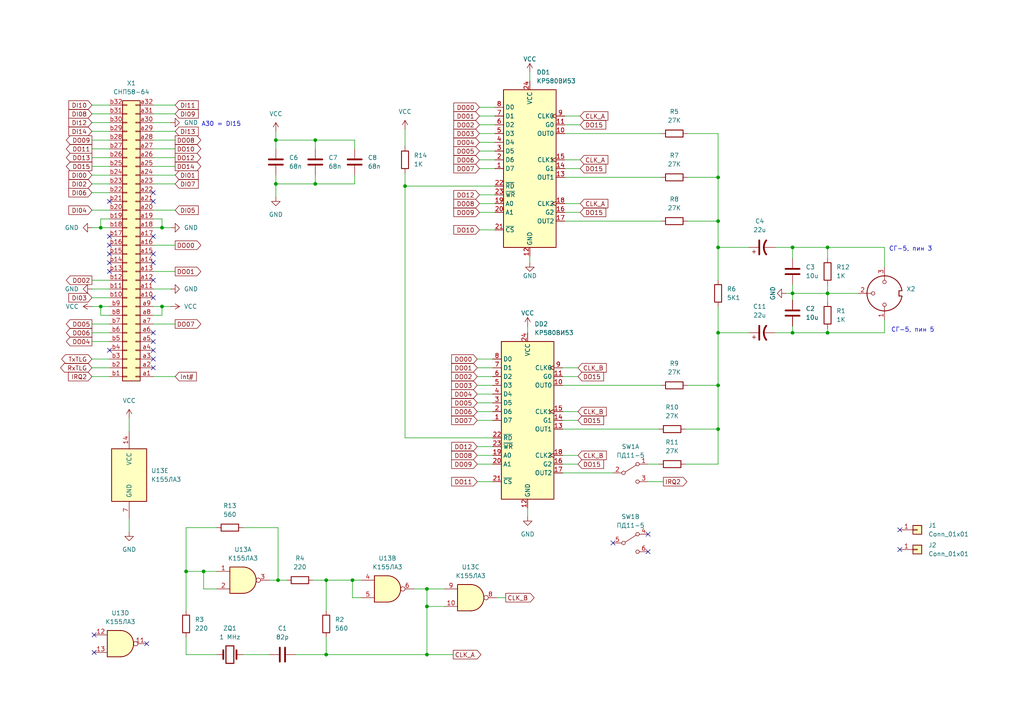
<source format=kicad_sch>
(kicad_sch (version 20230121) (generator eeschema)
  (paper "A4")
  (title_block (title "Реплика \"Менестреля\" ::: https://eax.me/menestrel/") (date "2023-06-23") (rev "2"))
  (lib_symbols
    (symbol "74xx:7400" (pin_names (offset 1.016))
      (property "Reference" "U" (at 0 1.27 0))
      (property "Value" "7400" (at 0 -1.27 0))
      (symbol "7400_1_1"
        (pin input line (at -7.62 2.54 0) (length 3.81) (name "~") (number "1"))
        (pin input line (at -7.62 -2.54 0) (length 3.81) (name "~") (number "2"))
        (pin output inverted (at 7.62 0 180) (length 3.81) (name "~") (number "3"))
      )
      (symbol "7400_1_2"
        (pin input inverted (at -7.62 2.54 0) (length 4.318) (name "~") (number "1"))
        (pin input inverted (at -7.62 -2.54 0) (length 4.318) (name "~") (number "2"))
        (pin output line (at 7.62 0 180) (length 3.81) (name "~") (number "3"))
      )
      (symbol "7400_2_1"
        (pin input line (at -7.62 2.54 0) (length 3.81) (name "~") (number "4"))
        (pin input line (at -7.62 -2.54 0) (length 3.81) (name "~") (number "5"))
        (pin output inverted (at 7.62 0 180) (length 3.81) (name "~") (number "6"))
      )
      (symbol "7400_2_2"
        (pin input inverted (at -7.62 2.54 0) (length 4.318) (name "~") (number "4"))
        (pin input inverted (at -7.62 -2.54 0) (length 4.318) (name "~") (number "5"))
        (pin output line (at 7.62 0 180) (length 3.81) (name "~") (number "6"))
      )
      (symbol "7400_3_1"
        (pin input line (at -7.62 -2.54 0) (length 3.81) (name "~") (number "10"))
        (pin output inverted (at 7.62 0 180) (length 3.81) (name "~") (number "8"))
        (pin input line (at -7.62 2.54 0) (length 3.81) (name "~") (number "9"))
      )
      (symbol "7400_3_2"
        (pin input inverted (at -7.62 -2.54 0) (length 4.318) (name "~") (number "10"))
        (pin output line (at 7.62 0 180) (length 3.81) (name "~") (number "8"))
        (pin input inverted (at -7.62 2.54 0) (length 4.318) (name "~") (number "9"))
      )
      (symbol "7400_4_1"
        (pin output inverted (at 7.62 0 180) (length 3.81) (name "~") (number "11"))
        (pin input line (at -7.62 2.54 0) (length 3.81) (name "~") (number "12"))
        (pin input line (at -7.62 -2.54 0) (length 3.81) (name "~") (number "13"))
      )
      (symbol "7400_4_2"
        (pin output line (at 7.62 0 180) (length 3.81) (name "~") (number "11"))
        (pin input inverted (at -7.62 2.54 0) (length 4.318) (name "~") (number "12"))
        (pin input inverted (at -7.62 -2.54 0) (length 4.318) (name "~") (number "13"))
      )
      (symbol "7400_5_0"
        (pin power_in line (at 0 12.7 270) (length 5.08) (name "VCC") (number "14"))
        (pin power_in line (at 0 -12.7 90) (length 5.08) (name "GND") (number "7"))
      )
    )
    (symbol "Connector:DIN-3" (pin_names (offset 1.016))
      (property "Reference" "J" (at 3.302 6.35 0))
      (property "Value" "DIN-3" (at 0 -6.35 0))
      (symbol "DIN-3_1_1"
        (pin passive line (at -7.62 0 0) (length 2.54) (name "~") (number "1"))
        (pin passive line (at 0 7.62 270) (length 2.54) (name "~") (number "2"))
        (pin passive line (at 7.62 0 180) (length 2.54) (name "~") (number "3"))
      )
    )
    (symbol "Connector:DIN41612_02x32_AB" (pin_names (offset 1.016) hide)
      (property "Reference" "J" (at 1.27 40.64 0))
      (property "Value" "DIN41612_02x32_AB" (at 1.27 -43.18 0))
      (symbol "DIN41612_02x32_AB_1_1"
        (pin passive line (at -5.08 38.1 0) (length 3.81) (name "Pin_a1") (number "a1"))
        (pin passive line (at -5.08 15.24 0) (length 3.81) (name "Pin_a10") (number "a10"))
        (pin passive line (at -5.08 12.7 0) (length 3.81) (name "Pin_a11") (number "a11"))
        (pin passive line (at -5.08 10.16 0) (length 3.81) (name "Pin_a12") (number "a12"))
        (pin passive line (at -5.08 7.62 0) (length 3.81) (name "Pin_a13") (number "a13"))
        (pin passive line (at -5.08 5.08 0) (length 3.81) (name "Pin_a14") (number "a14"))
        (pin passive line (at -5.08 2.54 0) (length 3.81) (name "Pin_a15") (number "a15"))
        (pin passive line (at -5.08 0 0) (length 3.81) (name "Pin_a16") (number "a16"))
        (pin passive line (at -5.08 -2.54 0) (length 3.81) (name "Pin_a17") (number "a17"))
        (pin passive line (at -5.08 -5.08 0) (length 3.81) (name "Pin_a18") (number "a18"))
        (pin passive line (at -5.08 -7.62 0) (length 3.81) (name "Pin_a19") (number "a19"))
        (pin passive line (at -5.08 35.56 0) (length 3.81) (name "Pin_a2") (number "a2"))
        (pin passive line (at -5.08 -10.16 0) (length 3.81) (name "Pin_a20") (number "a20"))
        (pin passive line (at -5.08 -12.7 0) (length 3.81) (name "Pin_a21") (number "a21"))
        (pin passive line (at -5.08 -15.24 0) (length 3.81) (name "Pin_a22") (number "a22"))
        (pin passive line (at -5.08 -17.78 0) (length 3.81) (name "Pin_a23") (number "a23"))
        (pin passive line (at -5.08 -20.32 0) (length 3.81) (name "Pin_a24") (number "a24"))
        (pin passive line (at -5.08 -22.86 0) (length 3.81) (name "Pin_a25") (number "a25"))
        (pin passive line (at -5.08 -25.4 0) (length 3.81) (name "Pin_a26") (number "a26"))
        (pin passive line (at -5.08 -27.94 0) (length 3.81) (name "Pin_a27") (number "a27"))
        (pin passive line (at -5.08 -30.48 0) (length 3.81) (name "Pin_a28") (number "a28"))
        (pin passive line (at -5.08 -33.02 0) (length 3.81) (name "Pin_a29") (number "a29"))
        (pin passive line (at -5.08 33.02 0) (length 3.81) (name "Pin_a3") (number "a3"))
        (pin passive line (at -5.08 -35.56 0) (length 3.81) (name "Pin_a30") (number "a30"))
        (pin passive line (at -5.08 -38.1 0) (length 3.81) (name "Pin_a31") (number "a31"))
        (pin passive line (at -5.08 -40.64 0) (length 3.81) (name "Pin_a32") (number "a32"))
        (pin passive line (at -5.08 30.48 0) (length 3.81) (name "Pin_a4") (number "a4"))
        (pin passive line (at -5.08 27.94 0) (length 3.81) (name "Pin_a5") (number "a5"))
        (pin passive line (at -5.08 25.4 0) (length 3.81) (name "Pin_a6") (number "a6"))
        (pin passive line (at -5.08 22.86 0) (length 3.81) (name "Pin_a7") (number "a7"))
        (pin passive line (at -5.08 20.32 0) (length 3.81) (name "Pin_a8") (number "a8"))
        (pin passive line (at -5.08 17.78 0) (length 3.81) (name "Pin_a9") (number "a9"))
        (pin passive line (at 7.62 38.1 180) (length 3.81) (name "Pin_b1") (number "b1"))
        (pin passive line (at 7.62 15.24 180) (length 3.81) (name "Pin_b10") (number "b10"))
        (pin passive line (at 7.62 12.7 180) (length 3.81) (name "Pin_b11") (number "b11"))
        (pin passive line (at 7.62 10.16 180) (length 3.81) (name "Pin_b12") (number "b12"))
        (pin passive line (at 7.62 7.62 180) (length 3.81) (name "Pin_b13") (number "b13"))
        (pin passive line (at 7.62 5.08 180) (length 3.81) (name "Pin_b14") (number "b14"))
        (pin passive line (at 7.62 2.54 180) (length 3.81) (name "Pin_b15") (number "b15"))
        (pin passive line (at 7.62 0 180) (length 3.81) (name "Pin_b16") (number "b16"))
        (pin passive line (at 7.62 -2.54 180) (length 3.81) (name "Pin_b17") (number "b17"))
        (pin passive line (at 7.62 -5.08 180) (length 3.81) (name "Pin_b18") (number "b18"))
        (pin passive line (at 7.62 -7.62 180) (length 3.81) (name "Pin_b19") (number "b19"))
        (pin passive line (at 7.62 35.56 180) (length 3.81) (name "Pin_b2") (number "b2"))
        (pin passive line (at 7.62 -10.16 180) (length 3.81) (name "Pin_b20") (number "b20"))
        (pin passive line (at 7.62 -12.7 180) (length 3.81) (name "Pin_b21") (number "b21"))
        (pin passive line (at 7.62 -15.24 180) (length 3.81) (name "Pin_b22") (number "b22"))
        (pin passive line (at 7.62 -17.78 180) (length 3.81) (name "Pin_b23") (number "b23"))
        (pin passive line (at 7.62 -20.32 180) (length 3.81) (name "Pin_b24") (number "b24"))
        (pin passive line (at 7.62 -22.86 180) (length 3.81) (name "Pin_b25") (number "b25"))
        (pin passive line (at 7.62 -25.4 180) (length 3.81) (name "Pin_b26") (number "b26"))
        (pin passive line (at 7.62 -27.94 180) (length 3.81) (name "Pin_b27") (number "b27"))
        (pin passive line (at 7.62 -30.48 180) (length 3.81) (name "Pin_b28") (number "b28"))
        (pin passive line (at 7.62 -33.02 180) (length 3.81) (name "Pin_b29") (number "b29"))
        (pin passive line (at 7.62 33.02 180) (length 3.81) (name "Pin_b3") (number "b3"))
        (pin passive line (at 7.62 -35.56 180) (length 3.81) (name "Pin_b30") (number "b30"))
        (pin passive line (at 7.62 -38.1 180) (length 3.81) (name "Pin_b31") (number "b31"))
        (pin passive line (at 7.62 -40.64 180) (length 3.81) (name "Pin_b32") (number "b32"))
        (pin passive line (at 7.62 30.48 180) (length 3.81) (name "Pin_b4") (number "b4"))
        (pin passive line (at 7.62 27.94 180) (length 3.81) (name "Pin_b5") (number "b5"))
        (pin passive line (at 7.62 25.4 180) (length 3.81) (name "Pin_b6") (number "b6"))
        (pin passive line (at 7.62 22.86 180) (length 3.81) (name "Pin_b7") (number "b7"))
        (pin passive line (at 7.62 20.32 180) (length 3.81) (name "Pin_b8") (number "b8"))
        (pin passive line (at 7.62 17.78 180) (length 3.81) (name "Pin_b9") (number "b9"))
      )
    )
    (symbol "Connector_Generic:Conn_01x01" (pin_names (offset 1.016) hide)
      (property "Reference" "J" (at 0 2.54 0))
      (property "Value" "Conn_01x01" (at 0 -2.54 0))
      (symbol "Conn_01x01_1_1"
        (pin passive line (at -5.08 0 0) (length 3.81) (name "Pin_1") (number "1"))
      )
    )
    (symbol "Device:C" (pin_numbers hide) (pin_names (offset 0.254))
      (property "Reference" "C" (at 0.635 2.54 0))
      (property "Value" "C" (at 0.635 -2.54 0))
      (symbol "C_1_1"
        (pin passive line (at 0 3.81 270) (length 2.794) (name "~") (number "1"))
        (pin passive line (at 0 -3.81 90) (length 2.794) (name "~") (number "2"))
      )
    )
    (symbol "Device:C_Polarized_US" (pin_numbers hide) (pin_names (offset 0.254) hide)
      (property "Reference" "C" (at 0.635 2.54 0))
      (property "Value" "C_Polarized_US" (at 0.635 -2.54 0))
      (symbol "C_Polarized_US_1_1"
        (pin passive line (at 0 3.81 270) (length 2.794) (name "~") (number "1"))
        (pin passive line (at 0 -3.81 90) (length 3.302) (name "~") (number "2"))
      )
    )
    (symbol "Device:Crystal" (pin_numbers hide) (pin_names (offset 1.016) hide)
      (property "Reference" "Y" (at 0 3.81 0))
      (property "Value" "Crystal" (at 0 -3.81 0))
      (symbol "Crystal_1_1"
        (pin passive line (at -3.81 0 0) (length 1.27) (name "1") (number "1"))
        (pin passive line (at 3.81 0 180) (length 1.27) (name "2") (number "2"))
      )
    )
    (symbol "Device:R" (pin_numbers hide) (pin_names (offset 0))
      (property "Reference" "R" (at 2.032 0 90))
      (property "Value" "R" (at 0 0 90))
      (symbol "R_1_1"
        (pin passive line (at 0 3.81 270) (length 1.27) (name "~") (number "1"))
        (pin passive line (at 0 -3.81 90) (length 1.27) (name "~") (number "2"))
      )
    )
    (symbol "Switch:SW_DPDT_x2" (pin_names (offset 0) hide)
      (property "Reference" "SW" (at 0 4.318 0))
      (property "Value" "SW_DPDT_x2" (at 0 -5.08 0))
      (symbol "SW_DPDT_x2_1_1"
        (pin passive line (at 5.08 2.54 180) (length 2.54) (name "A") (number "1"))
        (pin passive line (at -5.08 0 0) (length 2.54) (name "B") (number "2"))
        (pin passive line (at 5.08 -2.54 180) (length 2.54) (name "C") (number "3"))
      )
      (symbol "SW_DPDT_x2_2_1"
        (pin passive line (at 5.08 2.54 180) (length 2.54) (name "A") (number "4"))
        (pin passive line (at -5.08 0 0) (length 2.54) (name "B") (number "5"))
        (pin passive line (at 5.08 -2.54 180) (length 2.54) (name "C") (number "6"))
      )
    )
    (symbol "Timer:8253"
      (property "Reference" "U" (at -5.08 24.13 0))
      (property "Value" "8253" (at 2.54 24.13 0))
      (symbol "8253_1_1"
        (pin bidirectional line (at -10.16 0 0) (length 2.54) (name "D7") (number "1"))
        (pin output line (at 10.16 10.16 180) (length 2.54) (name "OUT0") (number "10"))
        (pin input line (at 10.16 12.7 180) (length 2.54) (name "G0") (number "11"))
        (pin power_in line (at 0 -25.4 90) (length 2.54) (name "GND") (number "12"))
        (pin output line (at 10.16 -2.54 180) (length 2.54) (name "OUT1") (number "13"))
        (pin input line (at 10.16 0 180) (length 2.54) (name "G1") (number "14"))
        (pin input clock (at 10.16 2.54 180) (length 2.54) (name "CLK1") (number "15"))
        (pin input line (at 10.16 -12.7 180) (length 2.54) (name "G2") (number "16"))
        (pin output line (at 10.16 -15.24 180) (length 2.54) (name "OUT2") (number "17"))
        (pin input clock (at 10.16 -10.16 180) (length 2.54) (name "CLK2") (number "18"))
        (pin input line (at -10.16 -10.16 0) (length 2.54) (name "A0") (number "19"))
        (pin bidirectional line (at -10.16 2.54 0) (length 2.54) (name "D6") (number "2"))
        (pin input line (at -10.16 -12.7 0) (length 2.54) (name "A1") (number "20"))
        (pin input line (at -10.16 -17.78 0) (length 2.54) (name "~{CS}") (number "21"))
        (pin input line (at -10.16 -5.08 0) (length 2.54) (name "~{RD}") (number "22"))
        (pin input line (at -10.16 -7.62 0) (length 2.54) (name "~{WR}") (number "23"))
        (pin power_in line (at 0 25.4 270) (length 2.54) (name "VCC") (number "24"))
        (pin bidirectional line (at -10.16 5.08 0) (length 2.54) (name "D5") (number "3"))
        (pin bidirectional line (at -10.16 7.62 0) (length 2.54) (name "D4") (number "4"))
        (pin bidirectional line (at -10.16 10.16 0) (length 2.54) (name "D3") (number "5"))
        (pin bidirectional line (at -10.16 12.7 0) (length 2.54) (name "D2") (number "6"))
        (pin bidirectional line (at -10.16 15.24 0) (length 2.54) (name "D1") (number "7"))
        (pin bidirectional line (at -10.16 17.78 0) (length 2.54) (name "D0") (number "8"))
        (pin input clock (at 10.16 15.24 180) (length 2.54) (name "CLK0") (number "9"))
      )
    )
    (symbol "power:GND" (power) (pin_names (offset 0))
      (property "Value" "GND" (at 0 -3.81 0))
      (symbol "GND_1_1"
        (pin power_in line (at 0 0 270) (length 0) hide (name "GND") (number "1"))
      )
    )
    (symbol "power:VCC" (power) (pin_names (offset 0))
      (property "Value" "VCC" (at 0 3.81 0))
      (symbol "VCC_1_1"
        (pin power_in line (at 0 0 90) (length 0) hide (name "VCC") (number "1"))
      )
    )
  )
  (junction (at 208.28 64.135))
  (junction (at 102.235 168.275))
  (junction (at 123.825 170.815))
  (junction (at 53.975 165.735))
  (junction (at 240.03 85.09))
  (junction (at 29.21 88.9))
  (junction (at 229.87 71.755))
  (junction (at 80.01 40.64))
  (junction (at 229.87 96.52))
  (junction (at 208.28 124.46))
  (junction (at 46.99 66.04))
  (junction (at 94.615 189.865))
  (junction (at 80.645 168.275))
  (junction (at 240.03 71.755))
  (junction (at 229.87 85.09))
  (junction (at 117.475 53.975))
  (junction (at 29.21 66.04))
  (junction (at 91.44 53.34))
  (junction (at 80.01 53.34))
  (junction (at 94.615 168.275))
  (junction (at 123.825 189.865))
  (junction (at 46.99 88.9))
  (junction (at 208.28 96.52))
  (junction (at 208.28 51.435))
  (junction (at 123.825 175.895))
  (junction (at 59.055 165.735))
  (junction (at 208.28 111.76))
  (junction (at 208.28 71.755))
  (junction (at 240.03 96.52))
  (junction (at 91.44 40.64))
  (no_connect (at 260.985 153.67))
  (no_connect (at 44.45 106.68))
  (no_connect (at 44.45 99.06))
  (no_connect (at 31.75 73.66))
  (no_connect (at 44.45 101.6))
  (no_connect (at 44.45 81.28))
  (no_connect (at 44.45 73.66))
  (no_connect (at 177.8 157.48))
  (no_connect (at 44.45 76.2))
  (no_connect (at 31.75 68.58))
  (no_connect (at 260.985 159.385))
  (no_connect (at 31.75 101.6))
  (no_connect (at 31.75 78.74))
  (no_connect (at 44.45 68.58))
  (no_connect (at 44.45 96.52))
  (no_connect (at 44.45 86.36))
  (no_connect (at 44.45 58.42))
  (no_connect (at 44.45 104.14))
  (no_connect (at 42.545 186.69))
  (no_connect (at 187.96 154.94))
  (no_connect (at 27.305 189.23))
  (no_connect (at 31.75 71.12))
  (no_connect (at 31.75 58.42))
  (no_connect (at 27.305 184.15))
  (no_connect (at 187.96 160.02))
  (no_connect (at 31.75 76.2))
  (no_connect (at 44.45 55.88))
  (wire (pts (xy 240.03 82.55) (xy 240.03 85.09)))
  (wire (pts (xy 123.825 175.895) (xy 123.825 189.865)))
  (wire (pts (xy 26.67 38.1) (xy 31.75 38.1)))
  (wire (pts (xy 199.39 38.735) (xy 208.28 38.735)))
  (wire (pts (xy 29.21 88.9) (xy 31.75 88.9)))
  (wire (pts (xy 46.99 66.04) (xy 49.53 66.04)))
  (wire (pts (xy 44.45 66.04) (xy 46.99 66.04)))
  (wire (pts (xy 26.67 48.26) (xy 31.75 48.26)))
  (wire (pts (xy 208.28 64.135) (xy 208.28 71.755)))
  (wire (pts (xy 208.28 124.46) (xy 208.28 111.76)))
  (wire (pts (xy 44.45 88.9) (xy 46.99 88.9)))
  (wire (pts (xy 80.645 153.035) (xy 80.645 168.275)))
  (wire (pts (xy 187.96 139.7) (xy 192.405 139.7)))
  (wire (pts (xy 138.43 109.22) (xy 142.875 109.22)))
  (wire (pts (xy 80.01 53.34) (xy 91.44 53.34)))
  (wire (pts (xy 208.28 111.76) (xy 208.28 96.52)))
  (wire (pts (xy 44.45 53.34) (xy 50.8 53.34)))
  (wire (pts (xy 138.43 134.62) (xy 142.875 134.62)))
  (wire (pts (xy 208.28 96.52) (xy 208.28 88.9)))
  (wire (pts (xy 44.45 91.44) (xy 46.99 91.44)))
  (wire (pts (xy 80.01 53.34) (xy 80.01 57.15)))
  (wire (pts (xy 26.67 60.96) (xy 31.75 60.96)))
  (wire (pts (xy 29.21 66.04) (xy 31.75 66.04)))
  (wire (pts (xy 123.825 175.895) (xy 128.905 175.895)))
  (wire (pts (xy 44.45 78.74) (xy 50.8 78.74)))
  (wire (pts (xy 120.015 170.815) (xy 123.825 170.815)))
  (wire (pts (xy 117.475 53.975) (xy 117.475 50.165)))
  (wire (pts (xy 163.195 106.68) (xy 167.64 106.68)))
  (wire (pts (xy 131.445 189.865) (xy 123.825 189.865)))
  (wire (pts (xy 91.44 53.34) (xy 91.44 50.8)))
  (wire (pts (xy 139.065 46.355) (xy 143.51 46.355)))
  (wire (pts (xy 44.45 109.22) (xy 50.8 109.22)))
  (wire (pts (xy 240.03 71.755) (xy 240.03 74.93)))
  (wire (pts (xy 70.485 189.865) (xy 78.105 189.865)))
  (wire (pts (xy 229.87 71.755) (xy 224.79 71.755)))
  (wire (pts (xy 163.195 134.62) (xy 167.64 134.62)))
  (wire (pts (xy 199.39 51.435) (xy 208.28 51.435)))
  (wire (pts (xy 240.03 85.09) (xy 240.03 87.63)))
  (wire (pts (xy 187.96 134.62) (xy 191.135 134.62)))
  (wire (pts (xy 26.67 40.64) (xy 31.75 40.64)))
  (wire (pts (xy 256.54 71.755) (xy 256.54 77.47)))
  (wire (pts (xy 163.195 109.22) (xy 167.64 109.22)))
  (wire (pts (xy 163.83 64.135) (xy 191.77 64.135)))
  (wire (pts (xy 94.615 189.865) (xy 85.725 189.865)))
  (wire (pts (xy 163.195 137.16) (xy 177.8 137.16)))
  (wire (pts (xy 91.44 40.64) (xy 102.87 40.64)))
  (wire (pts (xy 139.065 43.815) (xy 143.51 43.815)))
  (wire (pts (xy 37.465 150.495) (xy 37.465 154.305)))
  (wire (pts (xy 80.01 40.64) (xy 91.44 40.64)))
  (wire (pts (xy 139.065 61.595) (xy 143.51 61.595)))
  (wire (pts (xy 123.825 170.815) (xy 128.905 170.815)))
  (wire (pts (xy 144.145 173.355) (xy 146.685 173.355)))
  (wire (pts (xy 117.475 53.975) (xy 143.51 53.975)))
  (wire (pts (xy 229.87 71.755) (xy 240.03 71.755)))
  (wire (pts (xy 94.615 168.275) (xy 102.235 168.275)))
  (wire (pts (xy 163.195 119.38) (xy 167.64 119.38)))
  (wire (pts (xy 153.035 147.32) (xy 153.035 149.86)))
  (wire (pts (xy 139.065 48.895) (xy 143.51 48.895)))
  (wire (pts (xy 117.475 127) (xy 142.875 127)))
  (wire (pts (xy 208.28 51.435) (xy 208.28 64.135)))
  (wire (pts (xy 199.39 64.135) (xy 208.28 64.135)))
  (wire (pts (xy 208.28 134.62) (xy 208.28 124.46)))
  (wire (pts (xy 163.83 59.055) (xy 168.275 59.055)))
  (wire (pts (xy 62.865 189.865) (xy 53.975 189.865)))
  (wire (pts (xy 53.975 177.165) (xy 53.975 165.735)))
  (wire (pts (xy 26.67 83.82) (xy 31.75 83.82)))
  (wire (pts (xy 59.055 170.815) (xy 59.055 165.735)))
  (wire (pts (xy 44.45 45.72) (xy 50.8 45.72)))
  (wire (pts (xy 153.035 94.615) (xy 153.035 96.52)))
  (wire (pts (xy 91.44 40.64) (xy 91.44 43.18)))
  (wire (pts (xy 102.235 168.275) (xy 104.775 168.275)))
  (wire (pts (xy 138.43 129.54) (xy 142.875 129.54)))
  (wire (pts (xy 46.99 91.44) (xy 46.99 88.9)))
  (wire (pts (xy 26.67 33.02) (xy 31.75 33.02)))
  (wire (pts (xy 91.44 53.34) (xy 102.87 53.34)))
  (wire (pts (xy 153.67 20.955) (xy 153.67 23.495)))
  (wire (pts (xy 227.965 85.09) (xy 229.87 85.09)))
  (wire (pts (xy 26.67 109.22) (xy 31.75 109.22)))
  (wire (pts (xy 138.43 116.84) (xy 142.875 116.84)))
  (wire (pts (xy 44.45 40.64) (xy 50.8 40.64)))
  (wire (pts (xy 44.45 93.98) (xy 50.8 93.98)))
  (wire (pts (xy 199.39 111.76) (xy 208.28 111.76)))
  (wire (pts (xy 44.45 38.1) (xy 50.8 38.1)))
  (wire (pts (xy 80.01 38.1) (xy 80.01 40.64)))
  (wire (pts (xy 26.67 88.9) (xy 29.21 88.9)))
  (wire (pts (xy 139.065 66.675) (xy 143.51 66.675)))
  (wire (pts (xy 80.645 168.275) (xy 83.185 168.275)))
  (wire (pts (xy 44.45 43.18) (xy 50.8 43.18)))
  (wire (pts (xy 29.21 91.44) (xy 29.21 88.9)))
  (wire (pts (xy 94.615 189.865) (xy 123.825 189.865)))
  (wire (pts (xy 240.03 85.09) (xy 248.92 85.09)))
  (wire (pts (xy 208.28 71.755) (xy 217.17 71.755)))
  (wire (pts (xy 139.065 56.515) (xy 143.51 56.515)))
  (wire (pts (xy 138.43 114.3) (xy 142.875 114.3)))
  (wire (pts (xy 44.45 63.5) (xy 46.99 63.5)))
  (wire (pts (xy 240.03 71.755) (xy 256.54 71.755)))
  (wire (pts (xy 256.54 96.52) (xy 256.54 92.71)))
  (wire (pts (xy 163.83 46.355) (xy 168.275 46.355)))
  (wire (pts (xy 163.195 121.92) (xy 167.64 121.92)))
  (wire (pts (xy 29.21 63.5) (xy 29.21 66.04)))
  (wire (pts (xy 229.87 82.55) (xy 229.87 85.09)))
  (wire (pts (xy 44.45 33.02) (xy 50.8 33.02)))
  (wire (pts (xy 240.03 96.52) (xy 256.54 96.52)))
  (wire (pts (xy 53.975 153.035) (xy 62.865 153.035)))
  (wire (pts (xy 94.615 184.785) (xy 94.615 189.865)))
  (wire (pts (xy 26.67 93.98) (xy 31.75 93.98)))
  (wire (pts (xy 163.195 111.76) (xy 191.77 111.76)))
  (wire (pts (xy 46.99 63.5) (xy 46.99 66.04)))
  (wire (pts (xy 26.67 104.14) (xy 31.75 104.14)))
  (wire (pts (xy 139.065 59.055) (xy 143.51 59.055)))
  (wire (pts (xy 229.87 96.52) (xy 229.87 94.615)))
  (wire (pts (xy 139.065 33.655) (xy 143.51 33.655)))
  (wire (pts (xy 138.43 121.92) (xy 142.875 121.92)))
  (wire (pts (xy 44.45 50.8) (xy 50.8 50.8)))
  (wire (pts (xy 138.43 119.38) (xy 142.875 119.38)))
  (wire (pts (xy 70.485 153.035) (xy 80.645 153.035)))
  (wire (pts (xy 90.805 168.275) (xy 94.615 168.275)))
  (wire (pts (xy 26.67 50.8) (xy 31.75 50.8)))
  (wire (pts (xy 163.195 132.08) (xy 167.64 132.08)))
  (wire (pts (xy 138.43 132.08) (xy 142.875 132.08)))
  (wire (pts (xy 139.065 36.195) (xy 143.51 36.195)))
  (wire (pts (xy 163.83 33.655) (xy 168.275 33.655)))
  (wire (pts (xy 31.75 63.5) (xy 29.21 63.5)))
  (wire (pts (xy 163.195 124.46) (xy 191.135 124.46)))
  (wire (pts (xy 80.01 50.8) (xy 80.01 53.34)))
  (wire (pts (xy 102.87 53.34) (xy 102.87 50.8)))
  (wire (pts (xy 44.45 30.48) (xy 50.8 30.48)))
  (wire (pts (xy 53.975 165.735) (xy 59.055 165.735)))
  (wire (pts (xy 229.87 74.93) (xy 229.87 71.755)))
  (wire (pts (xy 26.67 35.56) (xy 31.75 35.56)))
  (wire (pts (xy 123.825 170.815) (xy 123.825 175.895)))
  (wire (pts (xy 59.055 165.735) (xy 62.865 165.735)))
  (wire (pts (xy 26.67 99.06) (xy 31.75 99.06)))
  (wire (pts (xy 26.67 53.34) (xy 31.75 53.34)))
  (wire (pts (xy 80.645 168.275) (xy 78.105 168.275)))
  (wire (pts (xy 26.67 43.18) (xy 31.75 43.18)))
  (wire (pts (xy 26.67 106.68) (xy 31.75 106.68)))
  (wire (pts (xy 117.475 53.975) (xy 117.475 127)))
  (wire (pts (xy 26.67 30.48) (xy 31.75 30.48)))
  (wire (pts (xy 26.67 45.72) (xy 31.75 45.72)))
  (wire (pts (xy 104.775 173.355) (xy 102.235 173.355)))
  (wire (pts (xy 102.87 40.64) (xy 102.87 43.18)))
  (wire (pts (xy 139.065 41.275) (xy 143.51 41.275)))
  (wire (pts (xy 208.28 71.755) (xy 208.28 81.28)))
  (wire (pts (xy 163.83 36.195) (xy 168.275 36.195)))
  (wire (pts (xy 229.87 96.52) (xy 240.03 96.52)))
  (wire (pts (xy 117.475 37.465) (xy 117.475 42.545)))
  (wire (pts (xy 44.45 48.26) (xy 50.8 48.26)))
  (wire (pts (xy 229.87 85.09) (xy 229.87 86.995)))
  (wire (pts (xy 163.83 48.895) (xy 168.275 48.895)))
  (wire (pts (xy 53.975 184.785) (xy 53.975 189.865)))
  (wire (pts (xy 94.615 168.275) (xy 94.615 177.165)))
  (wire (pts (xy 224.79 96.52) (xy 229.87 96.52)))
  (wire (pts (xy 139.065 31.115) (xy 143.51 31.115)))
  (wire (pts (xy 229.87 85.09) (xy 240.03 85.09)))
  (wire (pts (xy 138.43 139.7) (xy 142.875 139.7)))
  (wire (pts (xy 80.01 40.64) (xy 80.01 43.18)))
  (wire (pts (xy 44.45 60.96) (xy 50.8 60.96)))
  (wire (pts (xy 208.28 96.52) (xy 217.17 96.52)))
  (wire (pts (xy 240.03 96.52) (xy 240.03 95.25)))
  (wire (pts (xy 26.67 81.28) (xy 31.75 81.28)))
  (wire (pts (xy 37.465 121.285) (xy 37.465 125.095)))
  (wire (pts (xy 44.45 83.82) (xy 49.53 83.82)))
  (wire (pts (xy 46.99 88.9) (xy 49.53 88.9)))
  (wire (pts (xy 163.83 61.595) (xy 168.275 61.595)))
  (wire (pts (xy 153.67 74.295) (xy 153.67 76.2)))
  (wire (pts (xy 44.45 35.56) (xy 49.53 35.56)))
  (wire (pts (xy 198.755 124.46) (xy 208.28 124.46)))
  (wire (pts (xy 26.67 55.88) (xy 31.75 55.88)))
  (wire (pts (xy 62.865 170.815) (xy 59.055 170.815)))
  (wire (pts (xy 138.43 104.14) (xy 142.875 104.14)))
  (wire (pts (xy 139.065 38.735) (xy 143.51 38.735)))
  (wire (pts (xy 26.67 66.04) (xy 29.21 66.04)))
  (wire (pts (xy 102.235 173.355) (xy 102.235 168.275)))
  (wire (pts (xy 44.45 71.12) (xy 50.8 71.12)))
  (wire (pts (xy 26.67 86.36) (xy 31.75 86.36)))
  (wire (pts (xy 26.67 96.52) (xy 31.75 96.52)))
  (wire (pts (xy 163.83 51.435) (xy 191.77 51.435)))
  (wire (pts (xy 31.75 91.44) (xy 29.21 91.44)))
  (wire (pts (xy 163.83 38.735) (xy 191.77 38.735)))
  (wire (pts (xy 53.975 165.735) (xy 53.975 153.035)))
  (wire (pts (xy 138.43 111.76) (xy 142.875 111.76)))
  (wire (pts (xy 198.755 134.62) (xy 208.28 134.62)))
  (wire (pts (xy 208.28 38.735) (xy 208.28 51.435)))
  (wire (pts (xy 138.43 106.68) (xy 142.875 106.68)))
  (text "СГ-5, пин 3" (at 257.81 73.025 0) (effects (font (size 1.27 1.27)) (justify left bottom)))
  (text "СГ-5, пин 5" (at 258.445 96.52 0) (effects (font (size 1.27 1.27)) (justify left bottom)))
  (text "A30 = DI15" (at 58.42 36.83 0) (effects (font (size 1.27 1.27)) (justify left bottom)))
  (global_label "DO01" (shape input) (at 139.065 33.655 180) (property "Intersheetrefs" "${INTERSHEET_REFS}" (effects hide)))
  (global_label "DO12" (shape output) (at 50.8 45.72 0) (property "Intersheetrefs" "${INTERSHEET_REFS}" (effects hide)))
  (global_label "DO07" (shape output) (at 50.8 93.98 0) (property "Intersheetrefs" "${INTERSHEET_REFS}" (effects hide)))
  (global_label "DI04" (shape input) (at 26.67 60.96 180) (property "Intersheetrefs" "${INTERSHEET_REFS}" (effects hide)))
  (global_label "DI10" (shape input) (at 26.67 30.48 180) (property "Intersheetrefs" "${INTERSHEET_REFS}" (effects hide)))
  (global_label "DI13" (shape input) (at 50.8 38.1 0) (property "Intersheetrefs" "${INTERSHEET_REFS}" (effects hide)))
  (global_label "DO13" (shape output) (at 26.67 45.72 180) (property "Intersheetrefs" "${INTERSHEET_REFS}" (effects hide)))
  (global_label "DI12" (shape input) (at 26.67 35.56 180) (property "Intersheetrefs" "${INTERSHEET_REFS}" (effects hide)))
  (global_label "DO02" (shape input) (at 138.43 109.22 180) (property "Intersheetrefs" "${INTERSHEET_REFS}" (effects hide)))
  (global_label "RxTLG" (shape bidirectional) (at 26.67 106.68 180) (property "Intersheetrefs" "${INTERSHEET_REFS}" (effects hide)))
  (global_label "DI00" (shape input) (at 26.67 50.8 180) (property "Intersheetrefs" "${INTERSHEET_REFS}" (effects hide)))
  (global_label "DO14" (shape output) (at 50.8 48.26 0) (property "Intersheetrefs" "${INTERSHEET_REFS}" (effects hide)))
  (global_label "DI02" (shape input) (at 26.67 53.34 180) (property "Intersheetrefs" "${INTERSHEET_REFS}" (effects hide)))
  (global_label "DI11" (shape input) (at 50.8 30.48 0) (property "Intersheetrefs" "${INTERSHEET_REFS}" (effects hide)))
  (global_label "DO02" (shape input) (at 139.065 36.195 180) (property "Intersheetrefs" "${INTERSHEET_REFS}" (effects hide)))
  (global_label "DO15" (shape input) (at 168.275 36.195 0) (property "Intersheetrefs" "${INTERSHEET_REFS}" (effects hide)))
  (global_label "IRQ2" (shape input) (at 26.67 109.22 180) (property "Intersheetrefs" "${INTERSHEET_REFS}" (effects hide)))
  (global_label "DO15" (shape input) (at 167.64 121.92 0) (property "Intersheetrefs" "${INTERSHEET_REFS}" (effects hide)))
  (global_label "DO08" (shape output) (at 50.8 40.64 0) (property "Intersheetrefs" "${INTERSHEET_REFS}" (effects hide)))
  (global_label "CLK_B" (shape input) (at 167.64 132.08 0) (property "Intersheetrefs" "${INTERSHEET_REFS}" (effects hide)))
  (global_label "CLK_A" (shape input) (at 168.275 33.655 0) (property "Intersheetrefs" "${INTERSHEET_REFS}" (effects hide)))
  (global_label "DO08" (shape input) (at 139.065 59.055 180) (property "Intersheetrefs" "${INTERSHEET_REFS}" (effects hide)))
  (global_label "CLK_A" (shape input) (at 168.275 59.055 0) (property "Intersheetrefs" "${INTERSHEET_REFS}" (effects hide)))
  (global_label "DI03" (shape input) (at 26.67 86.36 180) (property "Intersheetrefs" "${INTERSHEET_REFS}" (effects hide)))
  (global_label "CLK_B" (shape input) (at 167.64 119.38 0) (property "Intersheetrefs" "${INTERSHEET_REFS}" (effects hide)))
  (global_label "DO11" (shape output) (at 26.67 43.18 180) (property "Intersheetrefs" "${INTERSHEET_REFS}" (effects hide)))
  (global_label "DO11" (shape input) (at 138.43 139.7 180) (property "Intersheetrefs" "${INTERSHEET_REFS}" (effects hide)))
  (global_label "Int#" (shape input) (at 50.8 109.22 0) (property "Intersheetrefs" "${INTERSHEET_REFS}" (effects hide)))
  (global_label "DI09" (shape input) (at 50.8 33.02 0) (property "Intersheetrefs" "${INTERSHEET_REFS}" (effects hide)))
  (global_label "DO12" (shape input) (at 139.065 56.515 180) (property "Intersheetrefs" "${INTERSHEET_REFS}" (effects hide)))
  (global_label "DO07" (shape input) (at 139.065 48.895 180) (property "Intersheetrefs" "${INTERSHEET_REFS}" (effects hide)))
  (global_label "DO04" (shape input) (at 138.43 114.3 180) (property "Intersheetrefs" "${INTERSHEET_REFS}" (effects hide)))
  (global_label "DO03" (shape input) (at 138.43 111.76 180) (property "Intersheetrefs" "${INTERSHEET_REFS}" (effects hide)))
  (global_label "DO04" (shape output) (at 26.67 99.06 180) (property "Intersheetrefs" "${INTERSHEET_REFS}" (effects hide)))
  (global_label "DO03" (shape input) (at 139.065 38.735 180) (property "Intersheetrefs" "${INTERSHEET_REFS}" (effects hide)))
  (global_label "DO10" (shape input) (at 139.065 66.675 180) (property "Intersheetrefs" "${INTERSHEET_REFS}" (effects hide)))
  (global_label "DO05" (shape output) (at 26.67 93.98 180) (property "Intersheetrefs" "${INTERSHEET_REFS}" (effects hide)))
  (global_label "IRQ2" (shape output) (at 192.405 139.7 0) (property "Intersheetrefs" "${INTERSHEET_REFS}" (effects hide)))
  (global_label "DO15" (shape input) (at 167.64 134.62 0) (property "Intersheetrefs" "${INTERSHEET_REFS}" (effects hide)))
  (global_label "DI01" (shape input) (at 50.8 50.8 0) (property "Intersheetrefs" "${INTERSHEET_REFS}" (effects hide)))
  (global_label "DO00" (shape input) (at 138.43 104.14 180) (property "Intersheetrefs" "${INTERSHEET_REFS}" (effects hide)))
  (global_label "DO09" (shape input) (at 139.065 61.595 180) (property "Intersheetrefs" "${INTERSHEET_REFS}" (effects hide)))
  (global_label "DI06" (shape input) (at 26.67 55.88 180) (property "Intersheetrefs" "${INTERSHEET_REFS}" (effects hide)))
  (global_label "DO05" (shape input) (at 138.43 116.84 180) (property "Intersheetrefs" "${INTERSHEET_REFS}" (effects hide)))
  (global_label "CLK_B" (shape input) (at 167.64 106.68 0) (property "Intersheetrefs" "${INTERSHEET_REFS}" (effects hide)))
  (global_label "DO00" (shape output) (at 50.8 71.12 0) (property "Intersheetrefs" "${INTERSHEET_REFS}" (effects hide)))
  (global_label "CLK_A" (shape output) (at 131.445 189.865 0) (property "Intersheetrefs" "${INTERSHEET_REFS}" (effects hide)))
  (global_label "DO01" (shape output) (at 50.8 78.74 0) (property "Intersheetrefs" "${INTERSHEET_REFS}" (effects hide)))
  (global_label "DO07" (shape input) (at 138.43 121.92 180) (property "Intersheetrefs" "${INTERSHEET_REFS}" (effects hide)))
  (global_label "DO12" (shape input) (at 138.43 129.54 180) (property "Intersheetrefs" "${INTERSHEET_REFS}" (effects hide)))
  (global_label "DO09" (shape output) (at 26.67 40.64 180) (property "Intersheetrefs" "${INTERSHEET_REFS}" (effects hide)))
  (global_label "TxTLG" (shape bidirectional) (at 26.67 104.14 180) (property "Intersheetrefs" "${INTERSHEET_REFS}" (effects hide)))
  (global_label "CLK_B" (shape output) (at 146.685 173.355 0) (property "Intersheetrefs" "${INTERSHEET_REFS}" (effects hide)))
  (global_label "DO15" (shape input) (at 167.64 109.22 0) (property "Intersheetrefs" "${INTERSHEET_REFS}" (effects hide)))
  (global_label "DI05" (shape input) (at 50.8 60.96 0) (property "Intersheetrefs" "${INTERSHEET_REFS}" (effects hide)))
  (global_label "DO15" (shape output) (at 26.67 48.26 180) (property "Intersheetrefs" "${INTERSHEET_REFS}" (effects hide)))
  (global_label "DO00" (shape input) (at 139.065 31.115 180) (property "Intersheetrefs" "${INTERSHEET_REFS}" (effects hide)))
  (global_label "DO05" (shape input) (at 139.065 43.815 180) (property "Intersheetrefs" "${INTERSHEET_REFS}" (effects hide)))
  (global_label "DO10" (shape output) (at 50.8 43.18 0) (property "Intersheetrefs" "${INTERSHEET_REFS}" (effects hide)))
  (global_label "CLK_A" (shape input) (at 168.275 46.355 0) (property "Intersheetrefs" "${INTERSHEET_REFS}" (effects hide)))
  (global_label "DO09" (shape input) (at 138.43 134.62 180) (property "Intersheetrefs" "${INTERSHEET_REFS}" (effects hide)))
  (global_label "DO06" (shape input) (at 139.065 46.355 180) (property "Intersheetrefs" "${INTERSHEET_REFS}" (effects hide)))
  (global_label "DO08" (shape input) (at 138.43 132.08 180) (property "Intersheetrefs" "${INTERSHEET_REFS}" (effects hide)))
  (global_label "DI08" (shape input) (at 26.67 33.02 180) (property "Intersheetrefs" "${INTERSHEET_REFS}" (effects hide)))
  (global_label "DO04" (shape input) (at 139.065 41.275 180) (property "Intersheetrefs" "${INTERSHEET_REFS}" (effects hide)))
  (global_label "DO01" (shape input) (at 138.43 106.68 180) (property "Intersheetrefs" "${INTERSHEET_REFS}" (effects hide)))
  (global_label "DO02" (shape output) (at 26.67 81.28 180) (property "Intersheetrefs" "${INTERSHEET_REFS}" (effects hide)))
  (global_label "DO15" (shape input) (at 168.275 48.895 0) (property "Intersheetrefs" "${INTERSHEET_REFS}" (effects hide)))
  (global_label "DI14" (shape input) (at 26.67 38.1 180) (property "Intersheetrefs" "${INTERSHEET_REFS}" (effects hide)))
  (global_label "DO06" (shape output) (at 26.67 96.52 180) (property "Intersheetrefs" "${INTERSHEET_REFS}" (effects hide)))
  (global_label "DI07" (shape input) (at 50.8 53.34 0) (property "Intersheetrefs" "${INTERSHEET_REFS}" (effects hide)))
  (global_label "DO15" (shape input) (at 168.275 61.595 0) (property "Intersheetrefs" "${INTERSHEET_REFS}" (effects hide)))
  (global_label "DO06" (shape input) (at 138.43 119.38 180) (property "Intersheetrefs" "${INTERSHEET_REFS}" (effects hide)))
  (symbol (lib_id "Device:R") (at 195.58 38.735 90) (unit 1)
    (property "Reference" "R5" (at 195.58 32.385 90))
    (property "Value" "27K" (at 195.58 34.925 90))
    (property "Footprint" "Resistor_THT:R_Axial_DIN0207_L6.3mm_D2.5mm_P10.16mm_Horizontal" (effects hide))
  )
  (symbol (lib_id "Device:R") (at 194.945 124.46 90) (unit 1)
    (property "Reference" "R10" (at 194.945 118.11 90))
    (property "Value" "27K" (at 194.945 120.65 90))
    (property "Footprint" "Resistor_THT:R_Axial_DIN0207_L6.3mm_D2.5mm_P10.16mm_Horizontal" (effects hide))
  )
  (symbol (lib_id "Device:R") (at 117.475 46.355 0) (unit 1)
    (property "Reference" "R14" (at 120.015 45.085 0) (effects (justify left)))
    (property "Value" "1K" (at 120.015 47.625 0) (effects (justify left)))
    (property "Footprint" "Resistor_THT:R_Axial_DIN0207_L6.3mm_D2.5mm_P10.16mm_Horizontal" (effects hide))
  )
  (symbol (lib_id "74xx:7400") (at 70.485 168.275 0) (unit 1)
    (property "Reference" "U13" (at 70.4767 159.385 0))
    (property "Value" "К155ЛА3" (at 70.4767 161.925 0))
    (property "Footprint" "Package_DIP:DIP-14_W7.62mm_Socket_LongPads" (effects hide))
  )
  (symbol (lib_id "power:VCC") (at 26.67 88.9 90) (unit 1)
    (property "Reference" "#PWR07" (effects hide))
    (property "Value" "VCC" (at 22.86 88.9 90) (effects (justify left)))
  )
  (symbol (lib_id "power:GND") (at 26.67 83.82 270) (unit 1)
    (property "Reference" "#PWR05" (effects hide))
    (property "Value" "GND" (at 22.86 83.82 90) (effects (justify right)))
  )
  (symbol (lib_id "Device:C") (at 80.01 46.99 0) (unit 1)
    (property "Reference" "C6" (at 83.82 45.72 0) (effects (justify left)))
    (property "Value" "68n" (at 83.82 48.26 0) (effects (justify left)))
    (property "Footprint" "Capacitor_THT:C_Disc_D7.5mm_W4.4mm_P5.00mm" (effects hide))
  )
  (symbol (lib_id "Device:R") (at 195.58 64.135 90) (unit 1)
    (property "Reference" "R8" (at 195.58 57.785 90))
    (property "Value" "27K" (at 195.58 60.325 90))
    (property "Footprint" "Resistor_THT:R_Axial_DIN0207_L6.3mm_D2.5mm_P10.16mm_Horizontal" (effects hide))
  )
  (symbol (lib_id "Device:C_Polarized_US") (at 220.98 71.755 90) (unit 1)
    (property "Reference" "C4" (at 220.345 64.135 90))
    (property "Value" "22u" (at 220.345 66.675 90))
    (property "Footprint" "Capacitor_THT:CP_Radial_D7.5mm_P2.50mm" (effects hide))
  )
  (symbol (lib_id "Device:R") (at 86.995 168.275 90) (unit 1)
    (property "Reference" "R4" (at 86.995 161.925 90))
    (property "Value" "220" (at 86.995 164.465 90))
    (property "Footprint" "Resistor_THT:R_Axial_DIN0207_L6.3mm_D2.5mm_P10.16mm_Horizontal" (effects hide))
  )
  (symbol (lib_id "74xx:7400") (at 136.525 173.355 0) (unit 3)
    (property "Reference" "U13" (at 136.5167 164.465 0))
    (property "Value" "К155ЛА3" (at 136.5167 167.005 0))
    (property "Footprint" "Package_DIP:DIP-14_W7.62mm_Socket_LongPads" (effects hide))
  )
  (symbol (lib_id "Device:C") (at 229.87 90.805 0) (unit 1)
    (property "Reference" "C2" (at 233.68 89.535 0) (effects (justify left)))
    (property "Value" "10u" (at 233.68 92.075 0) (effects (justify left)))
    (property "Footprint" "Capacitor_THT:C_Disc_D7.5mm_W4.4mm_P5.00mm" (effects hide))
  )
  (symbol (lib_id "Connector:DIN-3") (at 256.54 85.09 90) (unit 1)
    (property "Reference" "X2" (at 262.89 83.8199 90) (effects (justify right)))
    (property "Value" "СГ-5" (effects hide))
    (property "Footprint" "Connector_PinHeader_2.54mm:PinHeader_1x03_P2.54mm_Vertical" (effects hide))
    (property "Datasheet" "http://www.mouser.com/ds/2/18/40_c091_abd_e-75918.pdf" (effects hide))
  )
  (symbol (lib_id "Connector_Generic:Conn_01x01") (at 266.065 159.385 0) (unit 1)
    (property "Reference" "J2" (at 269.24 158.115 0) (effects (justify left)))
    (property "Value" "Conn_01x01" (at 269.24 160.655 0) (effects (justify left)))
    (property "Footprint" "Connector_PinHeader_2.54mm:PinHeader_1x01_P2.54mm_Vertical" (effects hide))
  )
  (symbol (lib_id "Switch:SW_DPDT_x2") (at 182.88 157.48 0) (unit 2)
    (property "Reference" "SW1" (at 182.88 149.86 0))
    (property "Value" "ПД11-5" (at 182.88 152.4 0))
    (property "Footprint" "My_Library:SW_PD11_5_DPDT" (effects hide))
  )
  (symbol (lib_id "power:GND") (at 37.465 154.305 0) (unit 1)
    (property "Reference" "#PWR010" (effects hide))
    (property "Value" "GND" (at 37.465 159.385 0))
  )
  (symbol (lib_id "Device:C") (at 91.44 46.99 0) (unit 1)
    (property "Reference" "C7" (at 95.25 45.72 0) (effects (justify left)))
    (property "Value" "68n" (at 95.25 48.26 0) (effects (justify left)))
    (property "Footprint" "Capacitor_THT:C_Disc_D7.5mm_W4.4mm_P5.00mm" (effects hide))
  )
  (symbol (lib_id "Timer:8253") (at 153.035 121.92 0) (unit 1)
    (property "Reference" "DD2" (at 154.9909 93.98 0) (effects (justify left)))
    (property "Value" "КР580ВИ53" (at 154.9909 96.52 0) (effects (justify left)))
    (property "Footprint" "Package_DIP:DIP-24_W15.24mm" (effects hide))
    (property "Datasheet" "http://www.cpcwiki.eu/imgs/e/e3/8253.pdf" (effects hide))
  )
  (symbol (lib_id "74xx:7400") (at 112.395 170.815 0) (unit 2)
    (property "Reference" "U13" (at 112.3867 161.925 0))
    (property "Value" "К155ЛА3" (at 112.3867 164.465 0))
    (property "Footprint" "Package_DIP:DIP-14_W7.62mm_Socket_LongPads" (effects hide))
  )
  (symbol (lib_id "Device:R") (at 53.975 180.975 0) (unit 1)
    (property "Reference" "R3" (at 56.515 179.705 0) (effects (justify left)))
    (property "Value" "220" (at 56.515 182.245 0) (effects (justify left)))
    (property "Footprint" "Resistor_THT:R_Axial_DIN0207_L6.3mm_D2.5mm_P10.16mm_Horizontal" (effects hide))
  )
  (symbol (lib_id "power:GND") (at 49.53 83.82 90) (unit 1)
    (property "Reference" "#PWR04" (effects hide))
    (property "Value" "GND" (at 53.34 83.82 90) (effects (justify right)))
  )
  (symbol (lib_id "power:VCC") (at 49.53 88.9 270) (unit 1)
    (property "Reference" "#PWR06" (effects hide))
    (property "Value" "VCC" (at 53.34 88.9 90) (effects (justify left)))
  )
  (symbol (lib_id "Device:C") (at 81.915 189.865 90) (unit 1)
    (property "Reference" "C1" (at 81.915 182.245 90))
    (property "Value" "82p" (at 81.915 184.785 90))
    (property "Footprint" "Capacitor_THT:C_Disc_D7.5mm_W4.4mm_P5.00mm" (effects hide))
  )
  (symbol (lib_id "Device:C") (at 229.87 78.74 0) (unit 1)
    (property "Reference" "C3" (at 233.68 77.47 0) (effects (justify left)))
    (property "Value" "10u" (at 233.68 80.01 0) (effects (justify left)))
    (property "Footprint" "Capacitor_THT:C_Disc_D7.5mm_W4.4mm_P5.00mm" (effects hide))
  )
  (symbol (lib_id "power:GND") (at 80.01 57.15 0) (unit 1)
    (property "Reference" "#PWR09" (effects hide))
    (property "Value" "GND" (at 80.01 62.23 0))
  )
  (symbol (lib_id "Timer:8253") (at 153.67 48.895 0) (unit 1)
    (property "Reference" "DD1" (at 155.6259 20.955 0) (effects (justify left)))
    (property "Value" "КР580ВИ53" (at 155.6259 23.495 0) (effects (justify left)))
    (property "Footprint" "Package_DIP:DIP-24_W15.24mm" (effects hide))
    (property "Datasheet" "http://www.cpcwiki.eu/imgs/e/e3/8253.pdf" (effects hide))
  )
  (symbol (lib_id "Device:R") (at 240.03 78.74 0) (unit 1)
    (property "Reference" "R12" (at 242.57 77.47 0) (effects (justify left)))
    (property "Value" "1K" (at 242.57 80.01 0) (effects (justify left)))
    (property "Footprint" "Resistor_THT:R_Axial_DIN0207_L6.3mm_D2.5mm_P10.16mm_Horizontal" (effects hide))
  )
  (symbol (lib_id "power:GND") (at 153.67 76.2 0) (unit 1)
    (property "Reference" "#PWR012" (effects hide))
    (property "Value" "GND" (at 153.67 80.01 0))
  )
  (symbol (lib_id "power:VCC") (at 37.465 121.285 0) (unit 1)
    (property "Reference" "#PWR011" (effects hide))
    (property "Value" "VCC" (at 37.465 116.205 0))
  )
  (symbol (lib_id "Device:R") (at 194.945 134.62 90) (unit 1)
    (property "Reference" "R11" (at 194.945 128.27 90))
    (property "Value" "27K" (at 194.945 130.81 90))
    (property "Footprint" "Resistor_THT:R_Axial_DIN0207_L6.3mm_D2.5mm_P10.16mm_Horizontal" (effects hide))
  )
  (symbol (lib_id "Device:R") (at 66.675 153.035 90) (unit 1)
    (property "Reference" "R13" (at 66.675 146.685 90))
    (property "Value" "560" (at 66.675 149.225 90))
    (property "Footprint" "Resistor_THT:R_Axial_DIN0207_L6.3mm_D2.5mm_P10.16mm_Horizontal" (effects hide))
  )
  (symbol (lib_id "power:GND") (at 49.53 35.56 90) (unit 1)
    (property "Reference" "#PWR01" (effects hide))
    (property "Value" "GND" (at 53.34 35.56 90) (effects (justify right)))
  )
  (symbol (lib_id "74xx:7400") (at 37.465 137.795 0) (unit 5)
    (property "Reference" "U13" (at 43.815 136.525 0) (effects (justify left)))
    (property "Value" "К155ЛА3" (at 43.815 139.065 0) (effects (justify left)))
    (property "Footprint" "Package_DIP:DIP-14_W7.62mm_Socket_LongPads" (effects hide))
  )
  (symbol (lib_id "power:GND") (at 153.035 149.86 0) (unit 1)
    (property "Reference" "#PWR013" (effects hide))
    (property "Value" "GND" (at 153.035 154.94 0))
  )
  (symbol (lib_id "Device:R") (at 195.58 51.435 90) (unit 1)
    (property "Reference" "R7" (at 195.58 45.085 90))
    (property "Value" "27K" (at 195.58 47.625 90))
    (property "Footprint" "Resistor_THT:R_Axial_DIN0207_L6.3mm_D2.5mm_P10.16mm_Horizontal" (effects hide))
  )
  (symbol (lib_id "Device:R") (at 208.28 85.09 0) (unit 1)
    (property "Reference" "R6" (at 210.82 83.82 0) (effects (justify left)))
    (property "Value" "5K1" (at 210.82 86.36 0) (effects (justify left)))
    (property "Footprint" "Resistor_THT:R_Axial_DIN0207_L6.3mm_D2.5mm_P10.16mm_Horizontal" (effects hide))
  )
  (symbol (lib_id "74xx:7400") (at 34.925 186.69 0) (unit 4)
    (property "Reference" "U13" (at 34.9167 177.8 0))
    (property "Value" "К155ЛА3" (at 34.9167 180.34 0))
    (property "Footprint" "Package_DIP:DIP-14_W7.62mm_Socket_LongPads" (effects hide))
  )
  (symbol (lib_id "Device:Crystal") (at 66.675 189.865 0) (mirror y) (unit 1)
    (property "Reference" "ZQ1" (at 66.675 182.245 0))
    (property "Value" "1 MHz" (at 66.675 184.785 0))
    (property "Footprint" "Crystal:Crystal_HC51_Horizontal" (effects hide))
  )
  (symbol (lib_id "power:VCC") (at 153.67 20.955 0) (unit 1)
    (property "Reference" "#PWR014" (effects hide))
    (property "Value" "VCC" (at 153.67 17.145 0))
  )
  (symbol (lib_id "power:GND") (at 49.53 66.04 90) (unit 1)
    (property "Reference" "#PWR02" (effects hide))
    (property "Value" "GND" (at 53.34 66.04 90) (effects (justify right)))
  )
  (symbol (lib_id "Device:R") (at 94.615 180.975 0) (unit 1)
    (property "Reference" "R2" (at 97.155 179.705 0) (effects (justify left)))
    (property "Value" "560" (at 97.155 182.245 0) (effects (justify left)))
    (property "Footprint" "Resistor_THT:R_Axial_DIN0207_L6.3mm_D2.5mm_P10.16mm_Horizontal" (effects hide))
  )
  (symbol (lib_id "Connector:DIN41612_02x32_AB") (at 39.37 71.12 180) (unit 1)
    (property "Reference" "X1" (at 38.1 24.13 0))
    (property "Value" "СНП58-64" (at 38.1 26.67 0))
    (property "Footprint" "My_Library:SNP58_64_Male_Horizontal_THT" (effects hide))
  )
  (symbol (lib_id "Device:C") (at 102.87 46.99 0) (unit 1)
    (property "Reference" "C8" (at 106.68 45.72 0) (effects (justify left)))
    (property "Value" "68n" (at 106.68 48.26 0) (effects (justify left)))
    (property "Footprint" "Capacitor_THT:C_Disc_D7.5mm_W4.4mm_P5.00mm" (effects hide))
  )
  (symbol (lib_id "Switch:SW_DPDT_x2") (at 182.88 137.16 0) (unit 1)
    (property "Reference" "SW1" (at 182.88 129.54 0))
    (property "Value" "ПД11-5" (at 182.88 132.08 0))
    (property "Footprint" "My_Library:SW_PD11_5_DPDT" (effects hide))
  )
  (symbol (lib_id "power:VCC") (at 80.01 38.1 0) (unit 1)
    (property "Reference" "#PWR08" (effects hide))
    (property "Value" "VCC" (at 80.01 33.02 0))
  )
  (symbol (lib_id "power:VCC") (at 117.475 37.465 0) (unit 1)
    (property "Reference" "#PWR016" (effects hide))
    (property "Value" "VCC" (at 117.475 32.385 0))
  )
  (symbol (lib_id "power:VCC") (at 153.035 94.615 0) (unit 1)
    (property "Reference" "#PWR015" (effects hide))
    (property "Value" "VCC" (at 153.035 90.805 0))
  )
  (symbol (lib_id "Device:R") (at 240.03 91.44 0) (unit 1)
    (property "Reference" "R1" (at 242.57 90.17 0) (effects (justify left)))
    (property "Value" "1K" (at 242.57 92.71 0) (effects (justify left)))
    (property "Footprint" "Resistor_THT:R_Axial_DIN0207_L6.3mm_D2.5mm_P10.16mm_Horizontal" (effects hide))
  )
  (symbol (lib_id "power:GND") (at 227.965 85.09 270) (unit 1)
    (property "Reference" "#PWR017" (effects hide))
    (property "Value" "GND" (at 224.155 85.09 0))
  )
  (symbol (lib_id "Device:R") (at 195.58 111.76 90) (unit 1)
    (property "Reference" "R9" (at 195.58 105.41 90))
    (property "Value" "27K" (at 195.58 107.95 90))
    (property "Footprint" "Resistor_THT:R_Axial_DIN0207_L6.3mm_D2.5mm_P10.16mm_Horizontal" (effects hide))
  )
  (symbol (lib_id "power:GND") (at 26.67 66.04 270) (unit 1)
    (property "Reference" "#PWR03" (effects hide))
    (property "Value" "GND" (at 22.86 66.04 90) (effects (justify right)))
  )
  (symbol (lib_id "Connector_Generic:Conn_01x01") (at 266.065 153.67 0) (unit 1)
    (property "Reference" "J1" (at 269.24 152.4 0) (effects (justify left)))
    (property "Value" "Conn_01x01" (at 269.24 154.94 0) (effects (justify left)))
    (property "Footprint" "Connector_PinHeader_2.54mm:PinHeader_1x01_P2.54mm_Vertical" (effects hide))
  )
  (symbol (lib_id "Device:C_Polarized_US") (at 220.98 96.52 90) (unit 1)
    (property "Reference" "C11" (at 220.345 88.9 90))
    (property "Value" "22u" (at 220.345 91.44 90))
    (property "Footprint" "Capacitor_THT:CP_Radial_D7.5mm_P2.50mm" (effects hide))
  )
)
</source>
